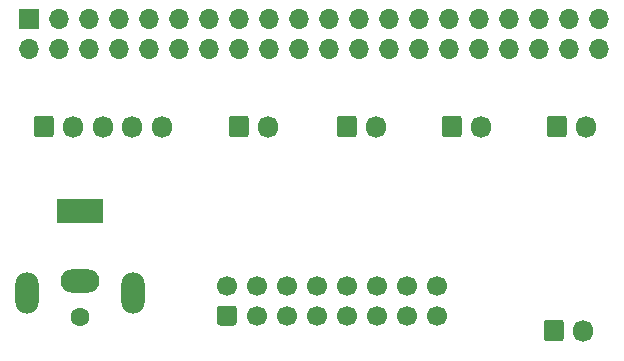
<source format=gbr>
%TF.GenerationSoftware,KiCad,Pcbnew,(5.1.9)-1*%
%TF.CreationDate,2021-05-20T14:11:39+09:00*%
%TF.ProjectId,LED-Matrix-PCB,4c45442d-4d61-4747-9269-782d5043422e,rev?*%
%TF.SameCoordinates,Original*%
%TF.FileFunction,Soldermask,Bot*%
%TF.FilePolarity,Negative*%
%FSLAX46Y46*%
G04 Gerber Fmt 4.6, Leading zero omitted, Abs format (unit mm)*
G04 Created by KiCad (PCBNEW (5.1.9)-1) date 2021-05-20 14:11:39*
%MOMM*%
%LPD*%
G01*
G04 APERTURE LIST*
%ADD10O,1.700000X1.700000*%
%ADD11R,1.700000X1.700000*%
%ADD12O,1.700000X1.850000*%
%ADD13C,1.700000*%
%ADD14C,1.600000*%
%ADD15O,2.000000X3.500000*%
%ADD16O,3.300000X2.000000*%
%ADD17R,4.000000X2.000000*%
G04 APERTURE END LIST*
D10*
%TO.C,J1*%
X155194000Y-76454000D03*
X155194000Y-73914000D03*
X152654000Y-76454000D03*
X152654000Y-73914000D03*
X150114000Y-76454000D03*
X150114000Y-73914000D03*
X147574000Y-76454000D03*
X147574000Y-73914000D03*
X145034000Y-76454000D03*
X145034000Y-73914000D03*
X142494000Y-76454000D03*
X142494000Y-73914000D03*
X139954000Y-76454000D03*
X139954000Y-73914000D03*
X137414000Y-76454000D03*
X137414000Y-73914000D03*
X134874000Y-76454000D03*
X134874000Y-73914000D03*
X132334000Y-76454000D03*
X132334000Y-73914000D03*
X129794000Y-76454000D03*
X129794000Y-73914000D03*
X127254000Y-76454000D03*
X127254000Y-73914000D03*
X124714000Y-76454000D03*
X124714000Y-73914000D03*
X122174000Y-76454000D03*
X122174000Y-73914000D03*
X119634000Y-76454000D03*
X119634000Y-73914000D03*
X117094000Y-76454000D03*
X117094000Y-73914000D03*
X114554000Y-76454000D03*
X114554000Y-73914000D03*
X112014000Y-76454000D03*
X112014000Y-73914000D03*
X109474000Y-76454000D03*
X109474000Y-73914000D03*
X106934000Y-76454000D03*
D11*
X106934000Y-73914000D03*
%TD*%
D12*
%TO.C,Matrix_POWER*%
X153884000Y-100330000D03*
G36*
G01*
X150534000Y-101005000D02*
X150534000Y-99655000D01*
G75*
G02*
X150784000Y-99405000I250000J0D01*
G01*
X151984000Y-99405000D01*
G75*
G02*
X152234000Y-99655000I0J-250000D01*
G01*
X152234000Y-101005000D01*
G75*
G02*
X151984000Y-101255000I-250000J0D01*
G01*
X150784000Y-101255000D01*
G75*
G02*
X150534000Y-101005000I0J250000D01*
G01*
G37*
%TD*%
%TO.C,J8*%
X154138000Y-83058000D03*
G36*
G01*
X150788000Y-83733000D02*
X150788000Y-82383000D01*
G75*
G02*
X151038000Y-82133000I250000J0D01*
G01*
X152238000Y-82133000D01*
G75*
G02*
X152488000Y-82383000I0J-250000D01*
G01*
X152488000Y-83733000D01*
G75*
G02*
X152238000Y-83983000I-250000J0D01*
G01*
X151038000Y-83983000D01*
G75*
G02*
X150788000Y-83733000I0J250000D01*
G01*
G37*
%TD*%
%TO.C,J7*%
G36*
G01*
X107354000Y-83733000D02*
X107354000Y-82383000D01*
G75*
G02*
X107604000Y-82133000I250000J0D01*
G01*
X108804000Y-82133000D01*
G75*
G02*
X109054000Y-82383000I0J-250000D01*
G01*
X109054000Y-83733000D01*
G75*
G02*
X108804000Y-83983000I-250000J0D01*
G01*
X107604000Y-83983000D01*
G75*
G02*
X107354000Y-83733000I0J250000D01*
G01*
G37*
X110704000Y-83058000D03*
X113204000Y-83058000D03*
X115704000Y-83058000D03*
X118204000Y-83058000D03*
%TD*%
%TO.C,J6*%
G36*
G01*
X141898000Y-83733000D02*
X141898000Y-82383000D01*
G75*
G02*
X142148000Y-82133000I250000J0D01*
G01*
X143348000Y-82133000D01*
G75*
G02*
X143598000Y-82383000I0J-250000D01*
G01*
X143598000Y-83733000D01*
G75*
G02*
X143348000Y-83983000I-250000J0D01*
G01*
X142148000Y-83983000D01*
G75*
G02*
X141898000Y-83733000I0J250000D01*
G01*
G37*
X145248000Y-83058000D03*
%TD*%
%TO.C,J5*%
G36*
G01*
X133008000Y-83733000D02*
X133008000Y-82383000D01*
G75*
G02*
X133258000Y-82133000I250000J0D01*
G01*
X134458000Y-82133000D01*
G75*
G02*
X134708000Y-82383000I0J-250000D01*
G01*
X134708000Y-83733000D01*
G75*
G02*
X134458000Y-83983000I-250000J0D01*
G01*
X133258000Y-83983000D01*
G75*
G02*
X133008000Y-83733000I0J250000D01*
G01*
G37*
X136358000Y-83058000D03*
%TD*%
%TO.C,LED_Matrix*%
G36*
G01*
X124298000Y-99910000D02*
X123098000Y-99910000D01*
G75*
G02*
X122848000Y-99660000I0J250000D01*
G01*
X122848000Y-98460000D01*
G75*
G02*
X123098000Y-98210000I250000J0D01*
G01*
X124298000Y-98210000D01*
G75*
G02*
X124548000Y-98460000I0J-250000D01*
G01*
X124548000Y-99660000D01*
G75*
G02*
X124298000Y-99910000I-250000J0D01*
G01*
G37*
D13*
X126238000Y-99060000D03*
X128778000Y-99060000D03*
X131318000Y-99060000D03*
X133858000Y-99060000D03*
X136398000Y-99060000D03*
X138938000Y-99060000D03*
X141478000Y-99060000D03*
X123698000Y-96520000D03*
X126238000Y-96520000D03*
X128778000Y-96520000D03*
X131318000Y-96520000D03*
X133858000Y-96520000D03*
X136398000Y-96520000D03*
X138938000Y-96520000D03*
X141478000Y-96520000D03*
%TD*%
%TO.C,J3*%
G36*
G01*
X123864000Y-83733000D02*
X123864000Y-82383000D01*
G75*
G02*
X124114000Y-82133000I250000J0D01*
G01*
X125314000Y-82133000D01*
G75*
G02*
X125564000Y-82383000I0J-250000D01*
G01*
X125564000Y-83733000D01*
G75*
G02*
X125314000Y-83983000I-250000J0D01*
G01*
X124114000Y-83983000D01*
G75*
G02*
X123864000Y-83733000I0J250000D01*
G01*
G37*
D12*
X127214000Y-83058000D03*
%TD*%
D14*
%TO.C,J2*%
X111252000Y-99170000D03*
D15*
X115752000Y-97170000D03*
X106752000Y-97170000D03*
D16*
X111252000Y-96170000D03*
D17*
X111252000Y-90170000D03*
%TD*%
M02*

</source>
